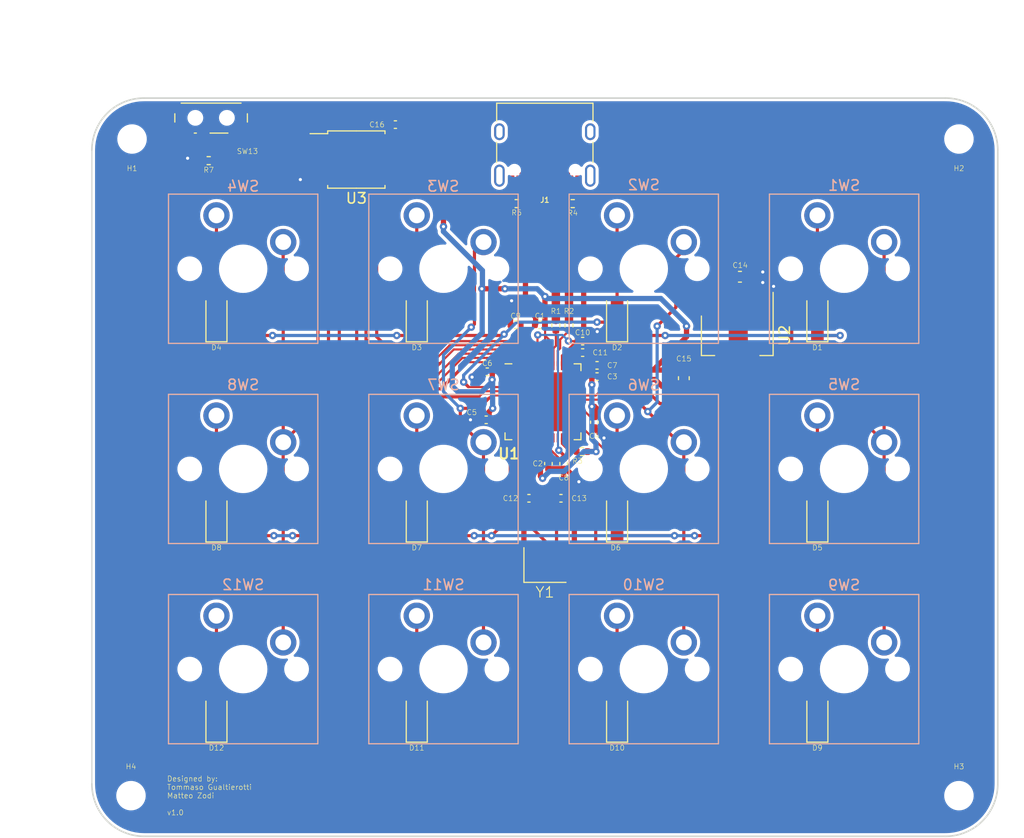
<source format=kicad_pcb>
(kicad_pcb (version 20211014) (generator pcbnew)
  (layers (0 "F.Cu" signal) (31 "B.Cu" power) (34 "B.Paste" user) (35 "F.Paste" user) (36 "B.SilkS" user "B.Silkscreen") (37 "F.SilkS" user "F.Silkscreen") (38 "B.Mask" user) (39 "F.Mask" user) (44 "Edge.Cuts" user))
  (net 0 "")
  (net 1 "+3V3")
  (net 2 "GND")
  (net 3 "+1V1")
  (net 4 "/XIN")
  (net 5 "/XOUT")
  (net 6 "VBUS")
  (net 7 "/ROW_0")
  (net 8 "Net-(D1-Pad2)")
  (net 9 "Net-(D2-Pad2)")
  (net 10 "Net-(D3-Pad2)")
  (net 11 "/ROW_1")
  (net 12 "Net-(D5-Pad2)")
  (net 13 "Net-(D6-Pad2)")
  (net 14 "/ROW_2")
  (net 15 "Net-(D7-Pad2)")
  (net 16 "Net-(D9-Pad2)")
  (net 17 "Net-(J1-PadA5)")
  (net 18 "/USB_D+")
  (net 19 "/USB_D-")
  (net 21 "Net-(J1-PadB5)")
  (net 24 "Net-(R1-Pad1)")
  (net 25 "Net-(R2-Pad1)")
  (net 26 "Net-(R3-Pad2)")
  (net 27 "/~{USB_BOOT}")
  (net 28 "/QSPI_SS")
  (net 29 "/COL_0")
  (net 30 "/COL_1")
  (net 31 "/COL_2")
  (net 55 "/QSPI_SD3")
  (net 56 "/QSPI_SCLK")
  (net 57 "/QSPI_SD0")
  (net 58 "/QSPI_SD2")
  (net 59 "/QSPI_SD1")
  (net 60 "Net-(D4-Pad2)")
  (net 61 "Net-(D8-Pad2)")
  (net 62 "Net-(D10-Pad2)")
  (net 63 "Net-(D11-Pad2)")
  (net 64 "Net-(D12-Pad2)")
  (net 65 "/COL_3")
  (footprint "Resistor_SMD:R_0402_1005Metric" (layer "F.Cu") (at 89.174 65.073 90)
    (fp_text reference "R1")
    (fp_text value "27.4")
  )
  (footprint "Diode_SMD:D_SOD-123" (layer "F.Cu") (at 94.996 64.389 90)
    (fp_text reference "D2")
    (fp_text value "D")
  )
  (footprint "Capacitor_SMD:C_0402_1005Metric" (layer "F.Cu") (at 86.614 81.534 180)
    (fp_text reference "C12")
    (fp_text value "30p")
  )
  (footprint "Button_Switch_SMD:SW_SPDT_PCM12" (layer "F.Cu") (at 56.388 45.6616 180)
    (fp_text reference "SW13")
    (fp_text value "SW_SPDT")
  )
  (footprint "Capacitor_SMD:C_0402_1005Metric" (layer "F.Cu") (at 87.658 65.024 180)
    (fp_text reference "C1")
    (fp_text value "100n")
  )
  (footprint "Capacitor_SMD:C_0402_1005Metric" (layer "F.Cu") (at 82.55 74.0664 180)
    (fp_text reference "C5")
    (fp_text value "100n")
  )
  (footprint "MountingHole:MountingHole_2.2mm_M2" (layer "F.Cu") (at 127.508 109.8296)
    (fp_text reference "H3")
    (fp_text value "MountingHole")
  )
  (footprint "Capacitor_SMD:C_0402_1005Metric" (layer "F.Cu") (at 89.916 78.232 90)
    (fp_text reference "C8")
    (fp_text value "100n")
  )
  (footprint "MountingHole:MountingHole_2.2mm_M2" (layer "F.Cu") (at 127.508 47.3456)
    (fp_text reference "H2")
    (fp_text value "MountingHole")
  )
  (footprint "Capacitor_SMD:C_0603_1608Metric" (layer "F.Cu") (at 106.68 60.452)
    (fp_text reference "C14")
    (fp_text value "10u")
  )
  (footprint "Package_TO_SOT_SMD:SOT-223-3_TabPin2" (layer "F.Cu") (at 106.426 66.04 -90)
    (fp_text reference "U2")
    (fp_text value "NCP1117-3.3_SOT223")
  )
  (footprint "Diode_SMD:D_SOD-123" (layer "F.Cu") (at 114.046 83.439 90)
    (fp_text reference "D5")
    (fp_text value "D")
  )
  (footprint "Diode_SMD:D_SOD-123" (layer "F.Cu") (at 94.996 83.439 90)
    (fp_text reference "D6")
    (fp_text value "D")
  )
  (footprint "Diode_SMD:D_SOD-123" (layer "F.Cu") (at 56.896 83.439 90)
    (fp_text reference "D8")
    (fp_text value "D")
  )
  (footprint "Resistor_SMD:R_0402_1005Metric" (layer "F.Cu") (at 90.424 65.073 90)
    (fp_text reference "R2")
    (fp_text value "27.4")
  )
  (footprint "MountingHole:MountingHole_2.2mm_M2" (layer "F.Cu") (at 48.768 109.8296)
    (fp_text reference "H4")
    (fp_text value "MountingHole")
  )
  (footprint "Capacitor_SMD:C_0402_1005Metric" (layer "F.Cu") (at 91.722 66.576)
    (fp_text reference "C10")
    (fp_text value "1u")
  )
  (footprint "Diode_SMD:D_SOD-123" (layer "F.Cu") (at 114.046 64.389 90)
    (fp_text reference "D1")
    (fp_text value "D")
  )
  (footprint "Resistor_SMD:R_0402_1005Metric" (layer "F.Cu") (at 56.1594 49.403)
    (fp_text reference "R7")
    (fp_text value "1k")
  )
  (footprint "Resistor_SMD:R_0402_1005Metric" (layer "F.Cu") (at 90.7796 53.4924)
    (fp_text reference "R4")
    (fp_text value "5k1")
  )
  (footprint "Connector_USB:USB_C_Receptacle_XKB_U262-16XN-4BVC11" (layer "F.Cu") (at 88.1251 47.7266 180)
    (fp_text reference "J1")
    (fp_text value "USB_C_Receptacle_USB2.0")
  )
  (footprint "Capacitor_SMD:C_0402_1005Metric" (layer "F.Cu") (at 92.837 74.295 -90)
    (fp_text reference "C4")
    (fp_text value "100n")
  )
  (footprint "Capacitor_SMD:C_0402_1005Metric" (layer "F.Cu") (at 73.914 45.974)
    (fp_text reference "C16")
    (fp_text value "100n")
  )
  (footprint "Capacitor_SMD:C_0402_1005Metric" (layer "F.Cu") (at 91.722 67.6682)
    (fp_text reference "C11")
    (fp_text value "1u")
  )
  (footprint "Capacitor_SMD:C_0402_1005Metric" (layer "F.Cu") (at 93.091 69.9516)
    (fp_text reference "C3")
    (fp_text value "100n")
  )
  (footprint "Diode_SMD:D_SOD-123" (layer "F.Cu") (at 94.996 102.489 90)
    (fp_text reference "D10")
    (fp_text value "D")
  )
  (footprint "Capacitor_SMD:C_0402_1005Metric" (layer "F.Cu") (at 88.4682 78.232 -90)
    (fp_text reference "C2")
    (fp_text value "100n")
  )
  (footprint "Resistor_SMD:R_0402_1005Metric" (layer "F.Cu") (at 85.45 53.4924 180)
    (fp_text reference "R5")
    (fp_text value "5k1")
  )
  (footprint "Diode_SMD:D_SOD-123" (layer "F.Cu") (at 56.896 102.489 90)
    (fp_text reference "D12")
    (fp_text value "D")
  )
  (footprint "Package_SO:SOIC-8_5.23x5.23mm_P1.27mm" (layer "F.Cu") (at 70.2 49.3)
    (fp_text reference "U3")
    (fp_text value "W25Q128JVS")
  )
  (footprint "Capacitor_SMD:C_0402_1005Metric" (layer "F.Cu") (at 89.662 81.534)
    (fp_text reference "C13")
    (fp_text value "30p")
  )
  (footprint "Diode_SMD:D_SOD-123" (layer "F.Cu") (at 56.896 64.389 90)
    (fp_text reference "D4")
    (fp_text value "D")
  )
  (footprint "Capacitor_SMD:C_0603_1608Metric" (layer "F.Cu") (at 101.346 70.104 -90)
    (fp_text reference "C15")
    (fp_text value "10u")
  )
  (footprint "Package_DFN_QFN:QFN-56-1EP_7x7mm_P0.4mm_EP5.6x5.6mm" (layer "F.Cu") (at 87.95 72.348)
    (fp_text reference "U1")
    (fp_text value "RP2040")
  )
  (footprint "Capacitor_SMD:C_0402_1005Metric" (layer "F.Cu") (at 85.344 65.024 180)
    (fp_text reference "C9")
    (fp_text value "100n")
  )
  (footprint "Resistor_SMD:R_0402_1005Metric" (layer "F.Cu") (at 91.6666 77.089 180)
    (fp_text reference "R3")
    (fp_text value "10k")
  )
  (footprint "MountingHole:MountingHole_2.2mm_M2" (layer "F.Cu") (at 48.8696 47.3456)
    (fp_text reference "H1")
    (fp_text value "MountingHole")
  )
  (footprint "Capacitor_SMD:C_0402_1005Metric" (layer "F.Cu") (at 93.091 68.8848)
    (fp_text reference "C7")
    (fp_text value "100n")
  )
  (footprint "Diode_SMD:D_SOD-123" (layer "F.Cu") (at 114.046 102.489 90)
    (fp_text reference "D9")
    (fp_text value "D")
  )
  (footprint "Diode_SMD:D_SOD-123" (layer "F.Cu") (at 75.946 102.489 90)
    (fp_text reference "D11")
    (fp_text value "D")
  )
  (footprint "Capacitor_SMD:C_0402_1005Metric" (layer "F.Cu") (at 82.6516 69.4944 180)
    (fp_text reference "C6")
    (fp_text value "100n")
  )
  (footprint "Diode_SMD:D_SOD-123" (layer "F.Cu") (at 75.946 64.389 90)
    (fp_text reference "D3")
    (fp_text value "D")
  )
  (footprint "Diode_SMD:D_SOD-123" (layer "F.Cu") (at 75.946 83.439 90)
    (fp_text reference "D7")
    (fp_text value "D")
  )
  (footprint "Crystal:Crystal_SMD_3225-4Pin_3.2x2.5mm" (layer "F.Cu") (at 88.138 87.884)
    (fp_text reference "Y1")
    (fp_text value "12MHz")
  )
  (footprint "Switch_Keyboard_Cherry_MX:SW_Cherry_MX_PCB_1.00u" (layer "B.Cu") (at 78.486 78.74 180)
    (fp_text reference "SW7")
    (fp_text value "KEY_7_12")
  )
  (footprint "Switch_Keyboard_Cherry_MX:SW_Cherry_MX_PCB_1.00u" (layer "B.Cu") (at 116.586 78.74 180)
    (fp_text reference "SW5")
    (fp_text value "KEY_5_10")
  )
  (footprint "Switch_Keyboard_Cherry_MX:SW_Cherry_MX_PCB_1.00u" (layer "B.Cu") (at 97.536 59.69 180)
    (fp_text reference "SW2")
    (fp_text value "KEY_2_01")
  )
  (footprint "Switch_Keyboard_Cherry_MX:SW_Cherry_MX_PCB_1.00u" (layer "B.Cu") (at 97.536 78.74 180)
    (fp_text reference "SW6")
    (fp_text value "KEY_6_11")
  )
  (footprint "Switch_Keyboard_Cherry_MX:SW_Cherry_MX_PCB_1.00u" (layer "B.Cu") (at 97.536 97.79 180)
    (fp_text reference "SW10")
    (fp_text value "KEY_10_21")
  )
  (footprint "Switch_Keyboard_Cherry_MX:SW_Cherry_MX_PCB_1.00u" (layer "B.Cu") (at 59.436 78.74 180)
    (fp_text reference "SW8")
    (fp_text value "KEY_8_13")
  )
  (footprint "Switch_Keyboard_Cherry_MX:SW_Cherry_MX_PCB_1.00u" (layer "B.Cu") (at 116.586 59.69 180)
    (fp_text reference "SW1")
    (fp_text value "KEY_1_00")
  )
  (footprint "Switch_Keyboard_Cherry_MX:SW_Cherry_MX_PCB_1.00u" (layer "B.Cu") (at 78.486 97.79 180)
    (fp_text reference "SW11")
    (fp_text value "KEY_11_22")
  )
  (footprint "Switch_Keyboard_Cherry_MX:SW_Cherry_MX_PCB_1.00u" (layer "B.Cu") (at 116.586 97.79 180)
    (fp_text reference "SW9")
    (fp_text value "KEY_9_20")
  )
  (footprint "Switch_Keyboard_Cherry_MX:SW_Cherry_MX_PCB_1.00u" (layer "B.Cu") (at 59.436 97.79 180)
    (fp_text reference "SW12")
    (fp_text value "KEY_12_23")
  )
  (footprint "Switch_Keyboard_Cherry_MX:SW_Cherry_MX_PCB_1.00u" (layer "B.Cu") (at 59.436 59.69 180)
    (fp_text reference "SW4")
    (fp_text value "KEY_4_03")
  )
  (footprint "Switch_Keyboard_Cherry_MX:SW_Cherry_MX_PCB_1.00u" (layer "B.Cu") (at 78.486 59.69 180)
    (fp_text reference "SW3")
    (fp_text value "KEY_3_02")
  )
  (gr_line (start 50 43.45) (end 126.2 43.45) (layer "Edge.Cuts") (width 0.15))
  (gr_arc (start 126.2 43.45) (mid 129.732472 44.882098) (end 131.199997 48.4) (layer "Edge.Cuts") (width 0.15))
  (gr_arc (start 45.05 48.4) (mid 46.499821 44.899821) (end 50 43.45) (layer "Edge.Cuts") (width 0.15))
  (gr_line (start 131.199997 48.4) (end 131.2 108.75) (layer "Edge.Cuts") (width 0.15))
  (gr_arc (start 50 113.7) (mid 46.489465 112.225179) (end 45.049998 108.7) (layer "Edge.Cuts") (width 0.15))
  (gr_arc (start 131.2 108.75) (mid 129.725178 112.260533) (end 126.2 113.7) (layer "Edge.Cuts") (width 0.15))
  (gr_line (start 45.049998 108.7) (end 45.05 48.4) (layer "Edge.Cuts") (width 0.1))
  (gr_line (start 126.2 113.7) (end 50 113.7) (layer "Edge.Cuts") (width 0.15))
  (gr_text "Designed by:\nTommaso Gualtierotti\nMatteo Zodi\n\nv1.0" (at 52.1716 109.8296) (layer "F.SilkS") (effects (font (size 0.5 0.5) (thickness 0.05)) (justify left)))
  (segment (start 92.611 68.8848) (end 92.611 68.5572) (width 0.2) (layer "F.Cu") (net 1))
  (segment (start 97.0658 69.329) (end 95.7834 68.0466) (width 0.5) (layer "F.Cu") (net 1))
  (segment (start 101.6 65.151) (end 101.6 66.167) (width 0.5) (layer "F.Cu") (net 1))
  (segment (start 92.596378 69.966222) (end 92.611 69.9516) (width 0.5) (layer "F.Cu") (net 1))
  (segment (start 88.55 68.9105) (end 88.55 66.452) (width 0.2) (layer "F.Cu") (net 1))
  (segment (start 78.486 49.784) (end 76.097 47.395) (width 0.5) (layer "F.Cu") (net 1))
  (segment (start 92.484 73.815) (end 92.837 73.815) (width 0.2) (layer "F.Cu") (net 1))
  (segment (start 91.3875 69.748) (end 92.4074 69.748) (width 0.2) (layer "F.Cu") (net 1))
  (segment (start 82.8294 73.8658) (end 83.03 74.0664) (width 0.5) (layer "F.Cu") (net 1))
  (segment (start 92.4306 68.3768) (end 91.4908 68.3768) (width 0.2) (layer "F.Cu") (net 1))
  (segment (start 88.15 65.036) (end 88.138 65.024) (width 0.2) (layer "F.Cu") (net 1))
  (segment (start 92.611 68.6536) (end 93.218 68.0466) (width 0.2) (layer "F.Cu") (net 1))
  (segment (start 87.7082 79.4278) (end 87.9094 79.629) (width 0.5) (layer "F.Cu") (net 1))
  (segment (start 90.15 68.9105) (end 90.15 68.1174) (width 0.2) (layer "F.Cu") (net 1))
  (segment (start 88.15 66.052) (end 88.15 65.036) (width 0.2) (layer "F.Cu") (net 1))
  (segment (start 88.4682 77.2922) (end 88.15 76.974) (width 0.2) (layer "F.Cu") (net 1))
  (segment (start 73.434 45.974) (end 73.434 47.029) (width 0.5) (layer "F.Cu") (net 1))
  (segment (start 84.2589 69.4944) (end 83.1316 69.4944) (width 0.2) (layer "F.Cu") (net 1))
  (segment (start 59.0444 47.498) (end 63.5 47.498) (width 0.5) (layer "F.Cu") (net 1))
  (segment (start 90.55 68.9105) (end 92.5853 68.9105) (width 0.2) (layer "F.Cu") (net 1))
  (segment (start 84.328 61.595) (end 82.1319 61.595) (width 0.5) (layer "F.Cu") (net 1))
  (segment (start 83.1596 72.9742) (end 82.8294 73.3044) (width 0.5) (layer "F.Cu") (net 1))
  (segment (start 83.1316 69.4944) (end 83.1316 70.2257) (width 0.5) (layer "F.Cu") (net 1))
  (segment (start 88.283814 77.752) (end 87.7082 78.327614) (width 0.5) (layer "F.Cu") (net 1))
  (segment (start 106.426 69.19) (end 106.274 69.342) (width 0.5) (layer "F.Cu") (net 1))
  (segment (start 92.611 68.8848) (end 92.611 69.9516) (width 0.2) (layer "F.Cu") (net 1))
  (segment (start 93.091 73.025) (end 92.8635 72.7975) (width 0.5) (layer "F.Cu") (net 1))
  (segment (start 92.4074 69.748) (end 92.611 69.9516) (width 0.2) (layer "F.Cu") (net 1))
  (segment (start 88.15 76.974) (end 88.15 75.7855) (width 0.2) (layer "F.Cu") (net 1))
  (segment (start 88.138 62.3316) (end 88.138 65.024) (width 0.5) (layer "F.Cu") (net 1))
  (segment (start 101.346 69.329) (end 97.422 69.329) (width 0.5) (layer "F.Cu") (net 1))
  (segment (start 63.5 47.498) (end 65.024 45.974) (width 0.5) (layer "F.Cu") (net 1))
  (segment (start 83.2612 74.0664) (end 83.03 74.0664) (width 0.2) (layer "F.Cu") (net 1))
  (segment (start 92.837 73.815) (end 92.936 73.815) (width 0.5) (layer "F.Cu") (net 1))
  (segment (start 97.422 69.329) (end 97.0658 69.329) (width 0.5) (layer "F.Cu") (net 1))
  (segment (start 90.5992 67.6682) (end 91.242 67.6682) (width 0.2) (layer "F.Cu") (net 1))
  (segment (start 65.024 45.974) (end 73.434 45.974) (width 0.5) (layer "F.Cu") (net 1))
  (segment (start 91.3875 73.348) (end 92.017 73.348) (width 0.2) (layer "F.Cu") (net 1))
  (segment (start 101.6 66.167) (end 98.552 69.215) (width 0.5) (layer "F.Cu") (net 1))
  (segment (start 88.4682 77.752) (end 88.4682 77.2922) (width 0.2) (layer "F.Cu") (net 1))
  (segment (start 88.55 66.452) (end 88.15 66.052) (width 0.2) (layer "F.Cu") (net 1))
  (segment (start 92.596378 70.726978) (end 92.596378 69.966222) (width 0.5) (layer "F.Cu") (net 1))
  (segment (start 92.5853 68.9105) (end 92.611 68.8848) (width 0.2) (layer "F.Cu") (net 1))
  (segment (start 87.7082 78.327614) (end 87.7082 79.4278) (width 0.5) (layer "F.Cu") (net 1))
  (segment (start 92.017 73.348) (end 92.484 73.815) (width 0.2) (layer "F.Cu") (net 1))
  (segment (start 92.8635 72.7975) (end 92.5966 72.7975) (width 0.5) (layer "F.Cu") (net 1))
  (segment (start 91.4908 68.3768) (end 91.242 68.128) (width 0.2) (layer "F.Cu") (net 1))
  (segment (start 88.4682 77.752) (end 88.283814 77.752) (width 0.5) (layer "F.Cu") (net 1))
  (segment (start 95.7834 68.0466) (end 93.218 68.0466) (width 0.5) (layer "F.Cu") (net 1))
  (segment (start 91.242 68.128) (end 91.242 67.6682) (width 0.2) (layer "F.Cu") (net 1))
  (segment (start 73.434 47.029) (end 73.8 47.395) (width 0.5) (layer "F.Cu") (net 1))
  (segment (start 83.1316 70.2257) (end 83.1088 70.2485) (width 0.5) (layer "F.Cu") (net 1))
  (segment (start 90.15 68.1174) (end 90.5992 67.6682) (width 0.2) (layer "F.Cu") (net 1))
  (segment (start 78.486 55.6768) (end 78.486 49.784) (width 0.5) (layer "F.Cu") (net 1))
  (segment (start 88.15 68.9105) (end 88.15 66.052) (width 0.2) (layer "F.Cu") (net 1))
  (segment (start 106.426 62.89) (end 106.426 69.19) (width 0.5) (layer "F.Cu") (net 1))
  (segment (start 82.8294 73.3044) (end 82.8294 73.8658) (width 0.5) (layer "F.Cu") (net 1))
  (segment (start 76.097 47.395) (end 73.8 47.395) (width 0.5) (layer "F.Cu") (net 1))
  (segment (start 83.03 73.1038) (end 83.1596 72.9742) (width 0.2) (layer "F.Cu") (net 1))
  (segment (start 83.9796 73.348) (end 83.2612 74.0664) (width 0.2) (layer "F.Cu") (net 1))
  (segment (start 92.611 68.8848) (end 92.611 68.6536) (width 0.2) (layer "F.Cu") (net 1))
  (segment (start 92.990756 77.089) (end 92.1766 77.089) (width 0.5) (layer "F.Cu") (net 1))
  (segment (start 93.091 73.66) (end 93.091 73.025) (width 0.5) (layer "F.Cu") (net 1))
  (segment (start 101.359 69.342) (end 101.346 69.329) (width 0.5) (layer "F.Cu") (net 1))
  (segment (start 84.5125 73.348) (end 83.9796 73.348) (width 0.2) (layer "F.Cu") (net 1))
  (segment (start 58.638 47.0916) (end 59.0444 47.498) (width 0.5) (layer "F.Cu") (net 1))
  (segment (start 84.5125 69.748) (end 84.2589 69.4944) (width 0.2) (layer "F.Cu") (net 1))
  (segment (start 92.611 68.5572) (end 92.4306 68.3768) (width 0.2) (layer "F.Cu") (net 1))
  (segment (start 106.274 69.342) (end 101.359 69.342) (width 0.5) (layer "F.Cu") (net 1))
  (segment (start 92.936 73.815) (end 93.091 73.66) (width 0.5) (layer "F.Cu") (net 1))
  (via (at 84.328 61.595) (size 0.7) (drill 0.3) (layers "F.Cu" "B.Cu") (net 1))
  (via (at 82.1319 61.595) (size 0.7) (drill 0.3) (layers "F.Cu" "B.Cu") (net 1))
  (via (at 83.1596 72.9742) (size 0.7) (drill 0.3) (layers "F.Cu" "B.Cu") (net 1))
  (via (at 92.990756 77.089) (size 0.7) (drill 0.3) (layers "F.Cu" "B.Cu") (net 1))
  (via (at 83.1088 70.2485) (size 0.7) (drill 0.3) (layers "F.Cu" "B.Cu") (net 1))
  (via (at 78.486 55.6768) (size 0.7) (drill 0.3) (layers "F.Cu" "B.Cu") (net 1))
  (via (at 92.5966 72.7975) (size 0.7) (drill 0.3) (layers "F.Cu" "B.Cu") (net 1))
  (via (at 88.138 62.3316) (size 0.7) (drill 0.3) (layers "F.Cu" "B.Cu") (net 1))
  (via (at 101.6 65.151) (size 0.7) (drill 0.3) (layers "F.Cu" "B.Cu") (net 1))
  (via (at 87.9094 79.629) (size 0.7) (drill 0.3) (layers "F.Cu" "B.Cu") (net 1))
  (via (at 92.596378 70.726978) (size 0.7) (drill 0.3) (layers "F.Cu" "B.Cu") (net 1))
  (segment (start 82.1319 61.595) (end 82.190999 61.535901) (width 0.5) (layer "B.Cu") (net 1))
  (segment (start 82.169 61.6321) (end 82.169 65.786) (width 0.5) (layer "B.Cu") (net 1))
  (segment (start 82.190999 61.535901) (end 82.190999 59.859463) (width 0.5) (layer "B.Cu") (net 1))
  (segment (start 83.1088 70.4342) (end 83.1088 70.2485) (width 0.5) (layer "B.Cu") (net 1))
  (segment (start 78.486 56.154464) (end 78.486 55.6768) (width 0.5) (layer "B.Cu") (net 1))
  (segment (start 99.158082 62.523) (end 101.6 64.964918) (width 0.5) (layer "B.Cu") (net 1))
  (segment (start 82.1319 61.595) (end 82.169 61.6321) (width 0.5) (layer "B.Cu") (net 1))
  (segment (start 101.6 64.964918) (end 101.6 65.151) (width 0.5) (layer "B.Cu") (net 1))
  (segment (start 83.1596 72.9742) (end 83.1596 70.2993) (width 0.5) (layer "B.Cu") (net 1))
  (segment (start 82.1436 71.3994) (end 83.1088 70.4342) (width 0.5) (layer "B.Cu") (net 1))
  (segment (start 82.169 65.786) (end 79.3242 68.6308) (width 0.5) (layer "B.Cu") (net 1))
  (segment (start 92.990756 77.089) (end 91.8464 77.089) (width 0.5) (layer "B.Cu") (net 1))
  (segment (start 92.5966 75.9088) (end 92.5966 72.5288) (width 0.5) (layer "B.Cu") (net 1))
  (segment (start 88.138 62.3316) (end 87.4014 61.595) (width 0.5) (layer "B.Cu") (net 1))
  (segment (start 79.3242 70.866) (end 79.8576 71.3994) (width 0.5) (layer "B.Cu") (net 1))
  (segment (start 87.4014 61.595) (end 84.328 61.595) (width 0.5) (layer "B.Cu") (net 1))
  (segment (start 92.5966 70.7272) (end 92.596378 70.726978) (width 0.5) (layer "B.Cu") (net 1))
  (segment (start 92.990756 76.302956) (end 92.5966 75.9088) (width 0.5) (layer "B.Cu") (net 1))
  (segment (start 79.8576 71.3994) (end 82.1436 71.3994) (width 0.5) (layer "B.Cu") (net 1))
  (segment (start 79.3242 68.6308) (end 79.3242 70.866) (width 0.5) (layer "B.Cu") (net 1))
  (segment (start 89.9668 78.9686) (end 88.5698 78.9686) (width 0.5) (layer "B.Cu") (net 1))
  (segment (start 92.990756 77.089) (end 92.990756 76.302956) (width 0.5) (layer "B.Cu") (net 1))
  (segment (start 88.5698 78.9686) (end 87.9094 79.629) (width 0.5) (layer "B.Cu") (net 1))
  (segment (start 83.1596 70.2993) (end 83.1088 70.2485) (width 0.2) (layer "B.Cu") (net 1))
  (segment (start 88.138 62.3316) (end 88.3294 62.523) (width 0.5) (layer "B.Cu") (net 1))
  (segment (start 88.3294 62.523) (end 99.158082 62.523) (width 0.5) (layer "B.Cu") (net 1))
  (segment (start 92.5966 72.5288) (end 92.5966 70.7272) (width 0.5) (layer "B.Cu") (net 1))
  (segment (start 82.190999 59.859463) (end 78.486 56.154464) (width 0.5) (layer "B.Cu") (net 1))
  (segment (start 91.8464 77.089) (end 89.9668 78.9686) (width 0.5) (layer "B.Cu") (net 1))
  (segment (start 92.202 67.6682) (end 92.202 66.576) (width 0.5) (layer "F.Cu") (net 2))
  (segment (start 84.7751 51.3966) (end 85.0751 51.3966) (width 0.3) (layer "F.Cu") (net 2))
  (segment (start 89.238 88.734) (end 90.4884 88.734) (width 0.5) (layer "F.Cu") (net 2))
  (segment (start 85.598 55.499) (end 85.598 59.817) (width 0.5) (layer "F.Cu") (net 2))
  (segment (start 86.106 81.506) (end 85.598 80.998) (width 0.5) (layer "F.Cu") (net 2))
  (segment (start 85.3186 63.881) (end 86.2838 63.881) (width 0.5) (layer "F.Cu") (net 2))
  (segment (start 86.95 75.7855) (end 86.95 73.348) (width 0.2) (layer "F.Cu") (net 2))
  (segment (start 90.2462 81.534) (end 90.142 81.534) (width 0.5) (layer "F.Cu") (net 2))
  (segment (start 90.551 54.864) (end 91.2896 54.1254) (width 0.5) (layer "F.Cu") (net 2))
  (segment (start 87.249 64.3128) (end 87.249 64.953) (width 0.5) (layer "F.Cu") (net 2))
  (segment (start 81.7118 69.4944) (end 81.2038 70.0024) (width 0.5) (layer "F.Cu") (net 2))
  (segment (start 93.107433 65.670567) (end 92.202 66.576) (width 0.5) (layer "F.Cu") (net 2))
  (segment (start 74.394 45.974) (end 76.073 45.974) (width 0.5) (layer "F.Cu") (net 2))
  (segment (start 110.134 62.89) (end 108.726 62.89) (width 0.5) (layer "F.Cu") (net 2))
  (segment (start 90.551 59.944) (end 90.551 54.864) (width 0.5) (layer "F.Cu") (net 2))
  (segment (start 86.2838 63.881) (end 86.8172 63.881) (width 0.5) (layer "F.Cu") (net 2))
  (segment (start 84.94 53.4924) (end 84.94 54.841) (width 0.5) (layer "F.Cu") (net 2))
  (segment (start 90.142 80.363) (end 90.142 81.534) (width 0.5) (layer "F.Cu") (net 2))
  (segment (start 84.94 53.4924) (end 84.9 53.4524) (width 0.5) (layer "F.Cu") (net 2))
  (segment (start 93.8504 70.231) (end 93.571 69.9516) (width 0.5) (layer "F.Cu") (net 2))
  (segment (start 84.864 65.024) (end 84.864 64.3356) (width 0.5) (layer "F.Cu") (net 2))
  (segment (start 86.2838 63.881) (end 85.1408 62.738) (width 0.5) (layer "F.Cu") (net 2))
  (segment (start 89.916 80.137) (end 90.142 80.363) (width 0.5) (layer "F.Cu") (net 2))
  (segment (start 99.2762 70.879) (end 98.6282 70.231) (width 0.5) (layer "F.Cu") (net 2))
  (segment (start 85.598 80.998) (end 85.598 77.724) (width 0.5) (layer "F.Cu") (net 2))
  (segment (start 92.837 74.775) (end 92.837 74.8792) (width 0.5) (layer "F.Cu") (net 2))
  (segment (start 86.106 81.506) (end 86.134 81.534) (width 0.2) (layer "F.Cu") (net 2))
  (segment (start 92.202 65.786) (end 91.821 65.405) (width 0.5) (layer "F.Cu") (net 2))
  (segment (start 85.598 77.724) (end 86.106 77.216) (width 0.5) (layer "F.Cu") (net 2))
  (segment (start 54.138 49.1596) (end 54.138 47.0916) (width 0.5) (layer "F.Cu") (net 2))
  (segment (start 91.821 65.405) (end 91.821 61.214) (width 0.5) (layer "F.Cu") (net 2))
  (segment (start 101.346 70.879) (end 102.095 71.628) (width 0.5) (layer "F.Cu") (net 2))
  (segment (start 64.873 51.205) (end 66.6 51.205) (width 0.5) (layer "F.Cu") (net 2))
  (segment (start 92.837 74.8792) (end 93.7514 75.7936) (width 0.5) (layer "F.Cu") (net 2))
  (segment (start 84.9 53.4524) (end 84.9 51.3966) (width 0.5) (layer "F.Cu") (net 2))
  (segment (start 89.238 89.6796) (end 89.238 88.734) (width 0.5) (layer "F.Cu") (net 2))
  (segment (start 91.2896 53.4924) (end 91.2751 53.4779) (width 0.5) (layer "F.Cu") (net 2))
  (segment (start 86.8172 63.881) (end 87.249 64.3128) (width 0.5) (layer "F.Cu") (net 2))
  (segment (start 91.4751 51.3966) (end 91.1751 51.3966) (width 0.3) (layer "F.Cu") (net 2))
  (segment (start 85.217 89.535) (end 85.979 90.297) (width 0.5) (layer "F.Cu") (net 2))
  (segment (start 90.932 88.2904) (end 90.932 82.2198) (width 0.5) (layer "F.Cu") (net 2))
  (segment (start 91.821 61.214) (end 90.551 59.944) (width 0.5) (layer "F.Cu") (net 2))
  (segment (start 76.073 45.974) (end 83.5914 53.4924) (width 0.5) (layer "F.Cu") (net 2))
  (segment (start 54.1528 49.1744) (end 54.138 49.1596) (width 0.5) (layer "F.Cu") (net 2))
  (segment (start 91.2896 54.1254) (end 91.2896 53.4924) (width 0.5) (layer "F.Cu") (net 2))
  (segment (start 93.571 68.8848) (end 93.571 69.9516) (width 0.5) (layer "F.Cu") (net 2))
  (segment (start 86.95 75.7855) (end 86.95 76.372) (width 0.2) (layer "F.Cu") (net 2))
  (segment (start 86.2838 60.5028) (end 86.2838 63.881) (width 0.5) (layer "F.Cu") (net 2))
  (segment (start 87.038 87.034) (end 85.9654 87.034) (width 0.5) (layer "F.Cu") (net 2))
  (segment (start 86.95 73.348) (end 87.95 72.348) (width 0.2) (layer "F.Cu") (net 2))
  (segment (start 101.346 70.879) (end 99.2762 70.879) (width 0.5) (layer "F.Cu") (net 2))
  (segment (start 86.134 81.534) (end 86.134 86.13) (width 0.5) (layer "F.Cu") (net 2))
  (segment (start 89.916 78.712) (end 90.1166 78.712) (width 0.5) (layer "F.Cu") (net 2))
  (segment (start 84.864 64.3356) (end 85.3186 63.881) (width 0.5) (layer "F.Cu") (net 2))
  (segment (start 85.9654 87.034) (end 85.217 87.7824) (width 0.5) (layer "F.Cu") (net 2))
  (segment (start 89.916 78.712) (end 89.916 80.137) (width 0.5) (layer "F.Cu") (net 2))
  (segment (start 81.0514 74.0664) (end 82.07 74.0664) (width 0.5) (layer "F.Cu") (net 2))
  (segment (start 109.982 71.628) (end 111.506 70.104) (width 0.5) (layer "F.Cu") (net 2))
  (segment (start 111.506 70.104) (end 111.506 64.262) (width 0.5) (layer "F.Cu") (net 2))
  (segment (start 88.6206 90.297) (end 89.238 89.6796) (width 0.5) (layer "F.Cu") (net 2))
  (segment (start 82.1716 69.4944) (end 81.7118 69.4944) (width 0.5) (layer "F.Cu") (net 2))
  (segment (start 88.646 78.712) (end 89.916 78.712) (width 0.5) (layer "F.Cu") (net 2))
  (segment (start 83.5914 53.4924) (end 84.94 53.4924) (width 0.5) (layer "F.Cu") (net 2))
  (segment (start 90.932 82.2198) (end 90.2462 81.534) (width 0.5) (layer "F.Cu") (net 2))
  (segment (start 84.94 54.841) (end 85.598 55.499) (width 0.5) (layer "F.Cu") (net 2))
  (segment (start 91.2751 53.4779) (end 91.2751 51.3966) (width 0.5) (layer "F.Cu") (net 2))
  (segment (start 87.249 64.953) (end 87.178 65.024) (width 0.5) (layer "F.Cu") (net 2))
  (segment (start 85.217 87.7824) (end 85.217 89.535) (width 0.5) (layer "F.Cu") (net 2))
  (segment (start 90.1166 78.712) (end 91.3638 79.9592) (width 0.5) (layer "F.Cu") (net 2))
  (segment (start 98.6282 70.231) (end 93.8504 70.231) (width 0.5) (layer "F.Cu") (net 2))
  (segment (start 86.95 76.372) (end 86.106 77.216) (width 0.2) (layer "F.Cu") (net 2))
  (segment (start 92.202 66.576) (end 92.202 65.786) (width 0.5) (layer "F.Cu") (net 2))
  (segment (start 102.095 71.628) (end 109.982 71.628) (width 0.5) (layer "F.Cu") (net 2))
  (segment (start 111.506 64.262) (end 110.134 62.89) (width 0.5) (layer "F.Cu") (net 2))
  (segment (start 85.979 90.297) (end 88.6206 90.297) (width 0.5) (layer "F.Cu") (net 2))
  (segment (start 90.4884 88.734) (end 90.932 88.2904) (width 0.5) (layer "F.Cu") (net 2))
  (segment (start 85.598 59.817) (end 86.2838 60.5028) (width 0.5) (layer "F.Cu") (net 2))
  (segment (start 86.134 86.13) (end 87.038 87.034) (width 0.5) (layer "F.Cu") (net 2))
  (segment (start 85.1408 62.738) (end 84.963 62.738) (width 0.5) (layer "F.Cu") (net 2))
  (via (at 93.7514 75.7936) (size 0.7) (drill 0.3) (layers "F.Cu" "B.Cu") (net 2))
  (via (at 81.2038 70.0024) (size 0.7) (drill 0.3) (layers "F.Cu" "B.Cu") (net 2))
  (via (at 54.1528 49.1744) (size 0.7) (drill 0.3) (layers "F.Cu" "B.Cu") (net 2))
  (via (at 64.873 51.205) (size 0.7) (drill 0.3) (layers "F.Cu" "B.Cu") (net 2))
  (via (at 108.85 61) (size 0.7) (drill 0.3) (layers "F.Cu" "B.Cu") (net 2))
  (via (at 91.3638 79.9592) (size 0.7) (drill 0.3) (layers "F.Cu" "B.Cu") (net 2))
  (via (at 108.85 60) (size 0.7) (drill 0.3) (layers "F.Cu" "B.Cu") (net 2))
  (via (at 81.0514 74.0664) (size 0.7) (drill 0.3) (layers "F.Cu" "B.Cu") (net 2))
  (via (at 109.8804 61.3664) (size 0.7) (drill 0.3) (layers "F.Cu" "B.Cu") (net 2))
  (via (at 84.963 62.738) (size 0.7) (drill 0.3) (layers "F.Cu" "B.Cu") (net 2))
  (via (at 93.107433 65.670567) (size 0.7) (drill 0.3) (layers "F.Cu" "B.Cu") (net 2))
  (segment (start 87.75 67.440233) (end 85.824 65.514233) (width 0.2) (layer "F.Cu") (net 3))
  (segment (start 91.125714 66.576) (end 91.242 66.576) (width 0.2) (layer "F.Cu") (net 3))
  (segment (start 87.4268 66.0129) (end 87.4505 65.9892) (width 0.2) (layer "F.Cu") (net 3))
  (segment (start 85.824 65.514233) (end 85.824 65.024) (width 0.2) (layer "F.Cu") (net 3))
  (segment (start 90.385038 66.576) (end 91.242 66.576) (width 0.2) (layer "F.Cu") (net 3))
  (segment (start 89.5122 77.752) (end 89.916 77.752) (width 0.2) (layer "F.Cu") (net 3))
  (segment (start 88.55 76.7898) (end 89.5122 77.752) (width 0.2) (layer "F.Cu") (net 3))
  (segment (start 87.75 67.440233) (end 87.4268 67.117033) (width 0.2) (layer "F.Cu") (net 3))
  (segment (start 89.75 67.951714) (end 91.125714 66.576) (width 0.2) (layer "F.Cu") (net 3))
  (segment (start 88.55 75.7855) (end 88.55 76.7898) (width 0.2) (layer "F.Cu") (net 3))
  (segment (start 90.367286 66.558248) (end 90.385038 66.576) (width 0.2) (layer "F.Cu") (net 3))
  (segment (start 87.75 68.9105) (end 87.75 67.440233) (width 0.2) (layer "F.Cu") (net 3))
  (segment (start 89.456625 76.963957) (end 89.916 77.423332) (width 0.3) (layer "F.Cu") (net 3))
  (segment (start 89.916 77.423332) (end 89.916 77.752) (width 0.3) (layer "F.Cu") (net 3))
  (segment (start 89.75 68.9105) (end 89.75 67.951714) (width 0.2) (layer "F.Cu") (net 3))
  (segment (start 87.4268 67.117033) (end 87.4268 66.0129) (width 0.2) (layer "F.Cu") (net 3))
  (via (at 87.4505 65.9892) (size 0.7) (drill 0.3) (layers "F.Cu" "B.Cu") (net 3))
  (via (at 90.367286 66.558248) (size 0.7) (drill 0.3) (layers "F.Cu" "B.Cu") (net 3))
  (via (at 89.456625 76.963957) (size 0.7) (drill 0.3) (layers "F.Cu" "B.Cu") (net 3))
  (segment (start 90.367286 66.558248) (end 89.798238 65.9892) (width 0.2) (layer "B.Cu") (net 3))
  (segment (start 89.379491 76.886823) (end 89.456625 76.963957) (width 0.2) (layer "B.Cu") (net 3))
  (segment (start 89.798238 65.9892) (end 87.4505 65.9892) (width 0.2) (layer "B.Cu") (net 3))
  (segment (start 89.379491 65.9892) (end 89.379491 76.886823) (width 0.2) (layer "B.Cu") (net 3))
  (segment (start 86.36 78.359) (end 86.36 77.978) (width 0.2) (layer "F.Cu") (net 4))
  (segment (start 86.36 78.359) (end 86.36 80.391) (width 0.3) (layer "F.Cu") (net 4))
  (segment (start 87.288 88.734) (end 87.038 88.734) (width 0.3) (layer "F.Cu") (net 4))
  (segment (start 87.094 81.534) (end 87.094 84.554) (width 0.3) (layer "F.Cu") (net 4))
  (segment (start 87.35 76.988) (end 87.35 75.7855) (width 0.2) (layer "F.Cu") (net 4))
  (segment (start 88.138 85.598) (end 88.138 87.884) (width 0.3) (layer "F.Cu") (net 4))
  (segment (start 87.094 81.125) (end 87.094 81.534) (width 0.3) (layer "F.Cu") (net 4))
  (segment (start 87.094 84.554) (end 88.138 85.598) (width 0.3) (layer "F.Cu") (net 4))
  (segment (start 86.36 80.391) (end 87.094 81.125) (width 0.3) (layer "F.Cu") (net 4))
  (segment (start 86.36 77.978) (end 87.35 76.988) (width 0.2) (layer "F.Cu") (net 4))
  (segment (start 88.138 87.884) (end 87.288 88.734) (width 0.3) (layer "F.Cu") (net 4))
  (segment (start 87.75 75.7855) (end 87.75 77.35) (width 0.2) (layer "F.Cu") (net 5))
  (segment (start 86.995 78.105) (end 86.995 79.8576) (width 0.3) (layer "F.Cu") (net 5))
  (segment (start 87.1474 80.01) (end 88.6714 81.534) (width 0.3) (layer "F.Cu") (net 5))
  (segment (start 89.182 81.534) (end 89.238 81.59) (width 0.3) (layer "F.Cu") (net 5))
  (segment (start 88.6714 81.534) (end 89.182 81.534) (width 0.3) (layer "F.Cu") (net 5))
  (segment (start 86.995 79.8576) (end 87.1474 80.01) (width 0.3) (layer "F.Cu") (net 5))
  (segment (start 89.238 81.59) (end 89.238 87.034) (width 0.3) (layer "F.Cu") (net 5))
  (segment (start 87.75 77.35) (end 86.995 78.105) (width 0.2) (layer "F.Cu") (net 5))
  (segment (start 105.8926 60.4396) (end 105.905 60.452) (width 0.5) (layer "F.Cu") (net 6))
  (segment (start 90.3751 51.3966) (end 90.6751 51.3966) (width 0.3) (layer "F.Cu") (net 6))
  (segment (start 90.3751 51.3966) (end 90.3751 50.6751) (width 0.3) (layer "F.Cu") (net 6))
  (segment (start 90.3751 50.6751) (end 88.2902 48.5902) (width 0.3) (layer "F.Cu") (net 6))
  (segment (start 85.8751 51.3966) (end 85.5751 51.3966) (width 0.3) (layer "F.Cu") (net 6))
  (segment (start 85.8751 50.6749) (end 87.9598 48.5902) (width 0.3) (layer "F.Cu") (net 6))
  (segment (start 85.8751 51.3966) (end 85.8751 50.6749) (width 0.3) (layer "F.Cu") (net 6))
  (segment (start 62.229 66.039) (end 62.23 66.04) (width 0.3) (layer "F.Cu") (net 7))
  (segment (start 116.205 66.04) (end 114.047 66.04) (width 0.3) (layer "F.Cu") (net 7))
  (segment (start 80.4037 70.4723) (end 80.8482 70.9168) (width 0.3) (layer "F.Cu") (net 7))
  (segment (start 93.728267 64.771267) (end 94.996 66.039) (width 0.3) (layer "F.Cu") (net 7))
  (segment (start 93.088329 64.771267) (end 93.728267 64.771267) (width 0.3) (layer "F.Cu") (net 7))
  (segment (start 99.567 66.039) (end 94.996 66.039) (width 0.3) (layer "F.Cu") (net 7))
  (segment (start 56.896 66.039) (end 62.229 66.039) (width 0.3) (layer "F.Cu") (net 7))
  (segment (start 114.047 66.04) (end 114.046 66.039) (width 0.3) (layer "F.Cu") (net 7))
  (segment (start 84.252125 65.9235) (end 84.136625 66.039) (width 0.3) (layer "F.Cu") (net 7))
  (segment (start 74.041 66.04) (end 75.945 66.04) (width 0.3) (layer "F.Cu") (net 7))
  (segment (start 80.8794 70.948) (end 84.5125 70.948) (width 0.2) (layer "F.Cu") (net 7))
  (segment (start 99.568 66.04) (end 99.567 66.039) (width 0.3) (layer "F.Cu") (net 7))
  (segment (start 84.136625 66.039) (end 75.946 66.039) (width 0.3) (layer "F.Cu") (net 7))
  (segment (start 75.945 66.04) (end 75.946 66.039) (width 0.3) (layer "F.Cu") (net 7))
  (via (at 80.4037 70.4723) (size 0.7) (drill 0.3) (layers "F.Cu" "B.Cu") (net 7))
  (via (at 116.205 66.04) (size 0.7) (drill 0.3) (layers "F.Cu" "B.Cu") (net 7))
  (via (at 74.041 66.04) (size 0.7) (drill 0.3) (layers "F.Cu" "B.Cu") (net 7))
  (via (at 93.088329 64.771267) (size 0.7) (drill 0.3) (layers "F.Cu" "B.Cu") (net 7))
  (via (at 84.252125 65.9235) (size 0.7) (drill 0.3) (layers "F.Cu" "B.Cu") (net 7))
  (via (at 62.23 66.04) (size 0.7) (drill 0.3) (layers "F.Cu" "B.Cu") (net 7))
  (via (at 99.568 66.04) (size 0.7) (drill 0.3) (layers "F.Cu" "B.Cu") (net 7))
  (segment (start 99.568 66.04) (end 116.205 66.04) (width 0.3) (layer "B.Cu") (net 7))
  (segment (start 62.23 66.04) (end 74.041 66.04) (width 0.3) (layer "B.Cu") (net 7))
  (segment (start 80.4037 69.81255) (end 85.444983 64.771267) (width 0.3) (layer "B.Cu") (net 7))
  (segment (start 80.4037 70.4723) (end 80.4037 69.81255) (width 0.3) (layer "B.Cu") (net 7))
  (segment (start 85.444983 64.771267) (end 93.088329 64.771267) (width 0.3) (layer "B.Cu") (net 7))
  (segment (start 114.046 62.739) (end 114.046 54.61) (width 0.3) (layer "F.Cu") (net 8))
  (segment (start 94.996 54.61) (end 94.996 62.739) (width 0.3) (layer "F.Cu") (net 9))
  (segment (start 75.946 54.61) (end 75.946 62.739) (width 0.3) (layer "F.Cu") (net 10))
  (segment (start 64.136 85.089) (end 75.946 85.089) (width 0.3) (layer "F.Cu") (net 11))
  (segment (start 84.841001 78.211877) (end 84.841001 79.268123) (width 0.3) (layer "F.Cu") (net 11))
  (segment (start 81.406 85.089) (end 81.407 85.09) (width 0.3) (layer "F.Cu") (net 11))
  (segment (start 84.836 79.273124) (end 84.836 83.312) (width 0.3) (layer "F.Cu") (net 11))
  (segment (start 85.344 76.835) (end 84.836 77.343) (width 0.3) (layer "F.Cu") (net 11))
  (segment (start 100.457 85.09) (end 100.456 85.089) (width 0.3) (layer "F.Cu") (net 11))
  (segment (start 84.836 78.206876) (end 84.841001 78.211877) (width 0.3) (layer "F.Cu") (net 11))
  (segment (start 85.35 75.7855) (end 85.35 76.829) (width 0.2) (layer "F.Cu") (net 11))
  (segment (start 102.362 85.09) (end 102.363 85.089) (width 0.3) (layer "F.Cu") (net 11))
  (segment (start 64.135 85.09) (end 64.136 85.089) (width 0.3) (layer "F.Cu") (net 11))
  (segment (start 84.836 77.343) (end 84.836 78.206876) (width 0.3) (layer "F.Cu") (net 11))
  (segment (start 85.35 76.829) (end 85.344 76.835) (width 0.2) (layer "F.Cu") (net 11))
  (segment (start 84.836 83.312) (end 83.058 85.09) (width 0.3) (layer "F.Cu") (net 11))
  (segment (start 100.456 85.089) (end 94.996 85.089) (width 0.3) (layer "F.Cu") (net 11))
  (segment (start 75.946 85.089) (end 81.406 85.089) (width 0.3) (layer "F.Cu") (net 11))
  (segment (start 84.841001 79.268123) (end 84.836 79.273124) (width 0.3) (layer "F.Cu") (net 11))
  (segment (start 56.896 85.089) (end 62.356 85.089) (width 0.3) (layer "F.Cu") (net 11))
  (segment (start 102.363 85.089) (end 114.046 85.089) (width 0.3) (layer "F.Cu") (net 11))
  (segment (start 62.356 85.089) (end 62.357 85.09) (width 0.3) (layer "F.Cu") (net 11))
  (via (at 100.457 85.09) (size 0.7) (drill 0.3) (layers "F.Cu" "B.Cu") (net 11))
  (via (at 102.362 85.09) (size 0.7) (drill 0.3) (layers "F.Cu" "B.Cu") (net 11))
  (via (at 64.135 85.09) (size 0.7) (drill 0.3) (layers "F.Cu" "B.Cu") (net 11))
  (via (at 81.407 85.09) (size 0.7) (drill 0.3) (layers "F.Cu" "B.Cu") (net 11))
  (via (at 83.058 85.09) (size 0.7) (drill 0.3) (layers "F.Cu" "B.Cu") (net 11))
  (via (at 62.357 85.09) (size 0.7) (drill 0.3) (layers "F.Cu" "B.Cu") (net 11))
  (segment (start 83.058 85.09) (end 100.457 85.09) (width 0.3) (layer "B.Cu") (net 11))
  (segment (start 100.457 85.09) (end 102.362 85.09) (width 0.3) (layer "B.Cu") (net 11))
  (segment (start 62.357 85.09) (end 64.135 85.09) (width 0.3) (layer "B.Cu") (net 11))
  (segment (start 81.407 85.09) (end 83.058 85.09) (width 0.3) (layer "B.Cu") (net 11))
  (segment (start 114.046 73.66) (end 114.046 81.789) (width 0.3) (layer "F.Cu") (net 12))
  (segment (start 94.996 73.66) (end 94.996 81.789) (width 0.3) (layer "F.Cu") (net 13))
  (segment (start 94.234 79.502) (end 94.234 77.343) (width 0.3) (layer "F.Cu") (net 14))
  (segment (start 56.896 104.139) (end 75.946 104.139) (width 0.3) (layer "F.Cu") (net 14))
  (segment (start 75.946 104.139) (end 91.185 104.139) (width 0.3) (layer "F.Cu") (net 14))
  (segment (start 92.964 89.408) (end 92.964 80.772) (width 0.3) (layer "F.Cu") (net 14))
  (segment (start 90.678 104.139) (end 90.678 91.694) (width 0.3) (layer "F.Cu") (net 14))
  (segment (start 91.185 104.139) (end 94.996 104.139) (width 0.3) (layer "F.Cu") (net 14))
  (segment (start 92.964 80.772) (end 94.234 79.502) (width 0.3) (layer "F.Cu") (net 14))
  (segment (start 94.996 104.139) (end 114.046 104.139) (width 0.3) (layer "F.Cu") (net 14))
  (segment (start 90.678 91.694) (end 92.964 89.408) (width 0.3) (layer "F.Cu") (net 14))
  (segment (start 94.234 77.343) (end 91.839 74.948) (width 0.2) (layer "F.Cu") (net 14))
  (segment (start 91.839 74.948) (end 91.3875 74.948) (width 0.2) (layer "F.Cu") (net 14))
  (segment (start 75.946 73.66) (end 75.946 81.789) (width 0.3) (layer "F.Cu") (net 15))
  (segment (start 114.046 92.71) (end 114.046 100.839) (width 0.3) (layer "F.Cu") (net 16))
  (segment (start 89.3751 52.5979) (end 90.2696 53.4924) (width 0.3) (layer "F.Cu") (net 17))
  (segment (start 89.3751 51.3966) (end 89.3751 52.5979) (width 0.3) (layer "F.Cu") (net 17))
  (segment (start 87.3751 53.2716) (end 87.3751 53.4249) (width 0.3) (layer "F.Cu") (net 18))
  (segment (start 87.3751 53.4249) (end 87.3751 53.6499) (width 0.3) (layer "F.Cu") (net 18))
  (segment (start 88.3751 51.3966) (end 88.3751 52.2716) (width 0.3) (layer "F.Cu") (net 18))
  (segment (start 87.3 59.868) (end 87.3 53.725) (width 0.8) (layer "F.Cu") (net 18))
  (segment (start 89.174 64.563) (end 89.174 61.742) (width 0.8) (layer "F.Cu") (net 18))
  (segment (start 87.3751 51.3966) (end 87.3751 53.4249) (width 0.3) (layer "F.Cu") (net 18))
  (segment (start 89.174 61.742) (end 87.3 59.868) (width 0.8) (layer "F.Cu") (net 18))
  (segment (start 88.3751 52.2716) (end 87.3751 53.2716) (width 0.3) (layer "F.Cu") (net 18))
  (segment (start 87.3751 53.6499) (end 87.3 53.725) (width 0.3) (layer "F.Cu") (net 18))
  (segment (start 88.8751 50.4716) (end 88.8751 51.3966) (width 0.3) (layer "F.Cu") (net 19))
  (segment (start 88.525 53.275) (end 88.525 53.825) (width 0.3) (layer "F.Cu") (net 19))
  (segment (start 90.424 61.341) (end 88.525 59.442) (width 0.8) (layer "F.Cu") (net 19))
  (segment (start 88.525 59.442) (end 88.525 53.825) (width 0.8) (layer "F.Cu") (net 19))
  (segment (start 88.4035 50) (end 88.8751 50.4716) (width 0.3) (layer "F.Cu") (net 19))
  (segment (start 88.8751 51.3966) (end 88.8751 52.9249) (width 0.3) (layer "F.Cu") (net 19))
  (segment (start 90.424 64.563) (end 90.424 61.341) (width 0.8) (layer "F.Cu") (net 19))
  (segment (start 87.8751 50.5249) (end 88.4 50) (width 0.3) (layer "F.Cu") (net 19))
  (segment (start 88.4 50) (end 88.4035 50) (width 0.3) (layer "F.Cu") (net 19))
  (segment (start 87.8751 51.3966) (end 87.8751 50.5249) (width 0.3) (layer "F.Cu") (net 19))
  (segment (start 88.8751 52.9249) (end 88.525 53.275) (width 0.3) (layer "F.Cu") (net 19))
  (segment (start 86.3751 51.3966) (end 86.3751 53.0773) (width 0.3) (layer "F.Cu") (net 21))
  (segment (start 86.3751 53.0773) (end 85.96 53.4924) (width 0.3) (layer "F.Cu") (net 21))
  (segment (start 88.95 68.9105) (end 88.95 67.26) (width 0.2) (layer "F.Cu") (net 24))
  (segment (start 89.174 67.036) (end 89.174 65.583) (width 0.2) (layer "F.Cu") (net 24))
  (segment (start 88.95 67.26) (end 89.174 67.036) (width 0.2) (layer "F.Cu") (net 24))
  (segment (start 89.35 68.9105) (end 89.35 67.495) (width 0.2) (layer "F.Cu") (net 25))
  (segment (start 89.35 67.495) (end 89.5858 67.2592) (width 0.2) (layer "F.Cu") (net 25))
  (segment (start 89.5858 66.4212) (end 90.424 65.583) (width 0.2) (layer "F.Cu") (net 25))
  (segment (start 89.5858 67.2592) (end 89.5858 66.4212) (width 0.2) (layer "F.Cu") (net 25))
  (segment (start 89.75 76.3388) (end 90.1446 76.7334) (width 0.2) (layer "F.Cu") (net 26))
  (segment (start 90.1446 76.7334) (end 90.801 76.7334) (width 0.2) (layer "F.Cu") (net 26))
  (segment (start 89.75 75.7855) (end 89.75 76.3388) (width 0.2) (layer "F.Cu") (net 26))
  (segment (start 90.801 76.7334) (end 91.1566 77.089) (width 0.2) (layer "F.Cu") (net 26))
  (segment (start 55.638 47.0916) (end 55.638 49.3916) (width 0.3) (layer "F.Cu") (net 27))
  (segment (start 55.638 49.3916) (end 55.6494 49.403) (width 0.3) (layer "F.Cu") (net 27))
  (segment (start 65.127 47.395) (end 66.6 47.395) (width 0.3) (layer "F.Cu") (net 28))
  (segment (start 59.9186 49.3776) (end 61.5315 50.9905) (width 0.3) (layer "F.Cu") (net 28))
  (segment (start 66.548 56.007) (end 60.2996 49.7586) (width 0.3) (layer "F.Cu") (net 28))
  (segment (start 61.5315 50.9905) (end 65.127 47.395) (width 0.3) (layer "F.Cu") (net 28))
  (segment (start 56.6948 49.3776) (end 59.9186 49.3776) (width 0.3) (layer "F.Cu") (net 28))
  (segment (start 70.104 71.12) (end 66.548 67.564) (width 0.3) (layer "F.Cu") (net 28))
  (segment (start 80.772 68.58) (end 85.0195 68.58) (width 0.2) (layer "F.Cu") (net 28))
  (segment (start 66.548 67.564) (end 66.548 56.007) (width 0.3) (layer "F.Cu") (net 28))
  (segment (start 80.645 68.707) (end 80.772 68.58) (width 0.2) (layer "F.Cu") (net 28))
  (segment (start 56.6694 49.403) (end 56.6948 49.3776) (width 0.3) (layer "F.Cu") (net 28))
  (segment (start 80.5942 68.7578) (end 78.232 71.12) (width 0.3) (layer "F.Cu") (net 28))
  (segment (start 78.232 71.12) (end 70.104 71.12) (width 0.3) (layer "F.Cu") (net 28))
  (segment (start 85.0195 68.58) (end 85.35 68.9105) (width 0.2) (layer "F.Cu") (net 28))
  (segment (start 111.8362 72.517) (end 112.5982 71.755) (width 0.3) (layer "F.Cu") (net 29))
  (segment (start 93.5482 71.12) (end 93.6752 70.993) (width 0.3) (layer "F.Cu") (net 29))
  (segment (start 120.396 79.253001) (end 120.396 95.25) (width 0.3) (layer "F.Cu") (net 29))
  (segment (start 112.5982 71.755) (end 115.951 71.755) (width 0.3) (layer "F.Cu") (net 29))
  (segment (start 91.3875 71.748) (end 92.971 71.748) (width 0.2) (layer "F.Cu") (net 29))
  (segment (start 99.06 72.517) (end 111.8362 72.517) (width 0.3) (layer "F.Cu") (net 29))
  (segment (start 97.536 70.993) (end 99.06 72.517) (width 0.3) (layer "F.Cu") (net 29))
  (segment (start 120.390999 57.155001) (end 120.390999 76.194999) (width 0.3) (layer "F.Cu") (net 29))
  (segment (start 120.396 57.15) (end 120.390999 57.155001) (width 0.3) (layer "F.Cu") (net 29))
  (segment (start 92.971 71.748) (end 93.599 71.12) (width 0.2) (layer "F.Cu") (net 29))
  (segment (start 120.390999 79.248) (end 120.396 79.253001) (width 0.3) (layer "F.Cu") (net 29))
  (segment (start 115.951 71.755) (end 120.396 76.2) (width 0.3) (layer "F.Cu") (net 29))
  (segment (start 120.390999 76.194999) (end 120.396 76.2) (width 0.3) (layer "F.Cu") (net 29))
  (segment (start 120.396 76.2) (end 120.390999 76.205001) (width 0.3) (layer "F.Cu") (net 29))
  (segment (start 120.390999 76.205001) (end 120.390999 79.248) (width 0.3) (layer "F.Cu") (net 29))
  (segment (start 93.6752 70.993) (end 97.536 70.993) (width 0.3) (layer "F.Cu") (net 29))
  (segment (start 96.266 71.628) (end 94.4626 71.628) (width 0.3) (layer "F.Cu") (net 30))
  (segment (start 93.9426 72.148) (end 91.3875 72.148) (width 0.2) (layer "F.Cu") (net 30))
  (segment (start 101.346 57.912) (end 101.346 57.15) (width 0.3) (layer "F.Cu") (net 30))
  (segment (start 101.346 76.1238) (end 101.346 76.2) (width 0.2) (layer "F.Cu") (net 30))
  (segment (start 97.917 73.279) (end 96.266 71.628) (width 0.3) (layer "F.Cu") (net 30))
  (segment (start 97.917 73.279) (end 100.7618 76.1238) (width 0.3) (layer "F.Cu") (net 30))
  (segment (start 100.584 58.674) (end 101.346 57.912) (width 0.3) (layer "F.Cu") (net 30))
  (segment (start 100.7618 76.1238) (end 101.346 76.1238) (width 0.3) (layer "F.Cu") (net 30))
  (segment (start 98.806 65.151) (end 100.584 63.373) (width 0.3) (layer "F.Cu") (net 30))
  (segment (start 101.346 76.2) (end 101.340999 76.205001) (width 0.3) (layer "F.Cu") (net 30))
  (segment (start 101.340999 95.244999) (end 101.346 95.25) (width 0.3) (layer "F.Cu") (net 30))
  (segment (start 94.4626 71.628) (end 93.9426 72.148) (width 0.2) (layer "F.Cu") (net 30))
  (segment (start 101.340999 76.205001) (end 101.340999 95.244999) (width 0.3) (layer "F.Cu") (net 30))
  (segment (start 100.584 63.373) (end 100.584 58.674) (width 0.3) (layer "F.Cu") (net 30))
  (via (at 97.917 73.279) (size 0.7) (drill 0.3) (layers "F.Cu" "B.Cu") (net 30))
  (via (at 98.806 65.151) (size 0.7) (drill 0.3) (layers "F.Cu" "B.Cu") (net 30))
  (segment (start 97.917 73.279) (end 98.806 72.39) (width 0.3) (layer "B.Cu") (net 30))
  (segment (start 98.806 72.39) (end 98.806 65.151) (width 0.3) (layer "B.Cu") (net 30))
  (segment (start 82.296 76.2) (end 82.290999 76.205001) (width 0.3) (layer "F.Cu") (net 31))
  (segment (start 80.0862 74.3458) (end 81.9404 76.2) (width 0.3) (layer "F.Cu") (net 31))
  (segment (start 82.290999 76.205001) (end 82.290999 95.244999) (width 0.3) (layer "F.Cu") (net 31))
  (segment (start 81.4324 64.9478) (end 81.4324 58.0136) (width 0.3) (layer "F.Cu") (net 31))
  (segment (start 80.0862 72.9742) (end 81.8388 72.9742) (width 0.3) (layer "F.Cu") (net 31))
  (segment (start 82.804 72.009) (end 83.065 71.748) (width 0.2) (layer "F.Cu") (net 31))
  (segment (start 81.8388 72.9742) (end 82.804 72.009) (width 0.3) (layer "F.Cu") (net 31))
  (segment (start 82.290999 95.244999) (end 82.296 95.25) (width 0.3) (layer "F.Cu") (net 31))
  (segment (start 81.9404 76.2) (end 82.296 76.2) (width 0.3) (layer "F.Cu") (net 31))
  (segment (start 81.1276 65.2526) (end 81.4324 64.9478) (width 0.3) (layer "F.Cu") (net 31))
  (segment (start 81.4324 58.0136) (end 82.296 57.15) (width 0.3) (layer "F.Cu") (net 31))
  (segment (start 83.065 71.748) (end 84.5125 71.748) (width 0.2) (layer "F.Cu") (net 31))
  (segment (start 80.0862 72.9742) (end 80.0862 74.3458) (width 0.3) (layer "F.Cu") (net 31))
  (via (at 80.0862 72.9742) (size 0.7) (drill 0.3) (layers "F.Cu" "B.Cu") (net 31))
  (via (at 81.1276 65.2526) (size 0.7) (drill 0.3) (layers "F.Cu" "B.Cu") (net 31))
  (segment (start 81.1276 65.2526) (end 78.486 67.8942) (width 0.3) (layer "B.Cu") (net 31))
  (segment (start 78.486 71.374) (end 80.0862 72.9742) (width 0.3) (layer "B.Cu") (net 31))
  (segment (start 78.486 67.8942) (end 78.486 71.374) (width 0.3) (layer "B.Cu") (net 31))
  (segment (start 86.246371 66.573) (end 78.588 66.573) (width 0.2) (layer "F.Cu") (net 55))
  (segment (start 72.136 60.223124) (end 72.130999 60.218123) (width 0.3) (layer "F.Cu") (net 55))
  (segment (start 72.136 66.167) (end 72.136 60.223124) (width 0.3) (layer "F.Cu") (net 55))
  (segment (start 76.708 51.308) (end 76.708 49.276) (width 0.3) (layer "F.Cu") (net 55))
  (segment (start 72.130999 55.885001) (end 76.708 51.308) (width 0.3) (layer "F.Cu") (net 55))
  (segment (start 87.35 67.676628) (end 86.246371 66.573) (width 0.2) (layer "F.Cu") (net 55))
  (segment (start 73.279 67.31) (end 72.136 66.167) (width 0.3) (layer "F.Cu") (net 55))
  (segment (start 77.851 67.31) (end 78.588 66.573) (width 0.3) (layer "F.Cu") (net 55))
  (segment (start 76.708 49.276) (end 76.097 48.665) (width 0.3) (layer "F.Cu") (net 55))
  (segment (start 76.097 48.665) (end 73.8 48.665) (width 0.3) (layer "F.Cu") (net 55))
  (segment (start 73.279 67.31) (end 77.851 67.31) (width 0.3) (layer "F.Cu") (net 55))
  (segment (start 72.130999 60.218123) (end 72.130999 55.885001) (width 0.3) (layer "F.Cu") (net 55))
  (segment (start 87.35 68.9105) (end 87.35 67.676628) (width 0.2) (layer "F.Cu") (net 55))
  (segment (start 75.565 51.308) (end 75.565 50.419) (width 0.3) (layer "F.Cu") (net 56))
  (segment (start 71.12 55.753) (end 75.565 51.308) (width 0.3) (layer "F.Cu") (net 56))
  (segment (start 77.851 68.199) (end 79.027 67.023) (width 0.2) (layer "F.Cu") (net 56))
  (segment (start 72.898 68.199) (end 71.12 66.421) (width 0.3) (layer "F.Cu") (net 56))
  (segment (start 86.080686 66.973) (end 79.0516 66.973) (width 0.2) (layer "F.Cu") (net 56))
  (segment (start 75.081 49.935) (end 73.8 49.935) (width 0.3) (layer "F.Cu") (net 56))
  (segment (start 86.95 67.842314) (end 86.080686 66.973) (width 0.2) (layer "F.Cu") (net 56))
  (segment (start 75.565 50.419) (end 75.081 49.935) (width 0.3) (layer "F.Cu") (net 56))
  (segment (start 71.12 66.421) (end 71.12 55.753) (width 0.3) (layer "F.Cu") (net 56))
  (segment (start 77.851 68.199) (end 72.898 68.199) (width 0.3) (layer "F.Cu") (net 56))
  (segment (start 86.95 68.9105) (end 86.95 67.842314) (width 0.2) (layer "F.Cu") (net 56))
  (segment (start 85.915 67.373) (end 79.4644 67.373) (width 0.2) (layer "F.Cu") (net 57))
  (segment (start 77.851 68.961) (end 72.39 68.961) (width 0.3) (layer "F.Cu") (net 57))
  (segment (start 70.231 66.802) (end 70.231 54.737) (width 0.3) (layer "F.Cu") (net 57))
  (segment (start 73.763 51.205) (end 73.8 51.205) (width 0.3) (layer "F.Cu") (net 57))
  (segment (start 79.4644 67.373) (end 78.1304 68.707) (width 0.2) (layer "F.Cu") (net 57))
  (segment (start 78.1304 68.707) (end 78.105 68.707) (width 0.3) (layer "F.Cu") (net 57))
  (segment (start 86.55 68.9105) (end 86.55 68.008) (width 0.2) (layer "F.Cu") (net 57))
  (segment (start 86.55 68.008) (end 85.915 67.373) (width 0.2) (layer "F.Cu") (net 57))
  (segment (start 72.39 68.961) (end 70.231 66.802) (width 0.3) (layer "F.Cu") (net 57))
  (segment (start 78.105 68.707) (end 77.851 68.961) (width 0.3) (layer "F.Cu") (net 57))
  (segment (start 70.231 54.737) (end 73.763 51.205) (width 0.3) (layer "F.Cu") (net 57))
  (segment (start 85.712685 67.773) (end 79.928 67.773) (width 0.2) (layer "F.Cu") (net 58))
  (segment (start 68.58 50.8) (end 67.715 49.935) (width 0.3) (layer "F.Cu") (net 58))
  (segment (start 77.978 69.723) (end 71.755 69.723) (width 0.3) (layer "F.Cu") (net 58))
  (segment (start 68.58 66.548) (end 68.58 50.8) (width 0.3) (layer "F.Cu") (net 58))
  (segment (start 79.928 67.773) (end 77.978 69.723) (width 0.2) (layer "F.Cu") (net 58))
  (segment (start 86.15 68.210315) (end 85.712685 67.773) (width 0.2) (layer "F.Cu") (net 58))
  (segment (start 86.15 68.9105) (end 86.15 68.210315) (width 0.2) (layer "F.Cu") (net 58))
  (segment (start 71.755 69.723) (end 68.58 66.548) (width 0.3) (layer "F.Cu") (net 58))
  (segment (start 67.715 49.935) (end 66.6 49.935) (width 0.3) (layer "F.Cu") (net 58))
  (segment (start 80.29 68.173) (end 77.978 70.485) (width 0.2) (layer "F.Cu") (net 59))
  (segment (start 85.7 68.326) (end 85.547 68.173) (width 0.2) (layer "F.Cu") (net 59))
  (segment (start 67.55 55.739) (end 67.55 67.056) (width 0.3) (layer "F.Cu") (net 59))
  (segment (start 85.75 68.378025) (end 85.7 68.328025) (width 0.2) (layer "F.Cu") (net 59))
  (segment (start 85.547 68.173) (end 80.29 68.173) (width 0.2) (layer "F.Cu") (net 59))
  (segment (start 65.127 48.665) (end 63.627 50.165) (width 0.3) (layer "F.Cu") (net 59))
  (segment (start 70.993 70.485) (end 70.2945 69.7865) (width 0.3) (layer "F.Cu") (net 59))
  (segment (start 66.6 48.665) (end 65.127 48.665) (width 0.3) (layer "F.Cu") (net 59))
  (segment (start 63.627 50.165) (end 63.627 51.816) (width 0.3) (layer "F.Cu") (net 59))
  (segment (start 85.7 68.328025) (end 85.7 68.326) (width 0.2) (layer "F.Cu") (net 59))
  (segment (start 63.627 51.816) (end 67.55 55.739) (width 0.3) (layer "F.Cu") (net 59))
  (segment (start 77.978 70.485) (end 70.993 70.485) (width 0.3) (layer "F.Cu") (net 59))
  (segment (start 85.75 68.9105) (end 85.75 68.378025) (width 0.2) (layer "F.Cu") (net 59))
  (segment (start 70.2945 69.7865) (end 67.564 67.056) (width 0.3) (layer "F.Cu") (net 59))
  (segment (start 56.896 54.61) (end 56.896 62.739) (width 0.3) (layer "F.Cu") (net 60))
  (segment (start 56.896 73.66) (end 56.896 81.789) (width 0.3) (layer "F.Cu") (net 61))
  (segment (start 94.996 92.71) (end 94.996 100.839) (width 0.3) (layer "F.Cu") (net 62))
  (segment (start 75.946 92.71) (end 75.946 100.839) (width 0.3) (layer "F.Cu") (net 63))
  (segment (start 56.896 92.71) (end 56.896 100.839) (width 0.3) (layer "F.Cu") (net 64))
  (segment (start 67.564 71.882) (end 63.246 76.2) (width 0.3) (layer "F.Cu") (net 65))
  (segment (start 84.5125 71.348) (end 82.3982 71.348) (width 0.2) (layer "F.Cu") (net 65))
  (segment (start 63.240999 62.478999) (end 63.246 62.484) (width 0.3) (layer "F.Cu") (net 65))
  (segment (start 63.240999 81.020999) (end 63.246 81.026) (width 0.3) (layer "F.Cu") (net 65))
  (segment (start 63.246 76.2) (end 63.240999 76.205001) (width 0.3) (layer "F.Cu") (net 65))
  (segment (start 81.8642 71.882) (end 67.564 71.882) (width 0.3) (layer "F.Cu") (net 65))
  (segment (start 63.240999 76.205001) (end 63.240999 81.020999) (width 0.3) (layer "F.Cu") (net 65))
  (segment (start 63.246 57.15) (end 63.240999 57.155001) (width 0.3) (layer "F.Cu") (net 65))
  (segment (start 63.246 62.484) (end 63.246 76.2) (width 0.3) (layer "F.Cu") (net 65))
  (segment (start 63.240999 57.155001) (end 63.240999 62.478999) (width 0.3) (layer "F.Cu") (net 65))
  (segment (start 63.246 81.026) (end 63.246 95.25) (width 0.3) (layer "F.Cu") (net 65))
  (segment (start 82.3982 71.348) (end 81.8642 71.882) (width 0.2) (layer "F.Cu") (net 65))
  (zone (net 6) (net_name "VBUS") (layer "F.Cu") (connect_pads yes (clearance 0.3)) (min_thickness 0.25) (fill yes (thermal_gap 0.5) (thermal_bridge_width 0.5))
    (polygon (pts (xy 106.553 56.261) (xy 106.553 61.214) (xy 105.156 61.214) (xy 105.156 64.135) (xy 102.997 64.135) (xy 102.997 61.595) (xy 105.156 59.436) (xy 105.156 57.023) (xy 97.409 49.276) (xy 86.614 49.276) (xy 86.614 47.879) (xy 98.171 47.879)))
  )
  (zone (net 2) (net_name "GND") (layer "F.Cu") (connect_pads yes (clearance 0.3)) (min_thickness 0.25) (fill yes (thermal_gap 0.508) (thermal_bridge_width 0.508))
    (polygon (pts (xy 110.4392 61.341) (xy 110.4392 64.1604) (xy 107.7722 64.1604) (xy 107.7722 61.6712) (xy 107.569 61.1378) (xy 106.8578 61.1378) (xy 106.8578 59.4106) (xy 109.4486 59.4106)))
  )
  (zone (net 1) (net_name "+3V3") (layer "F.Cu") (connect_pads yes (clearance 0.3)) (min_thickness 0.25) (fill yes (thermal_gap 0.5) (thermal_bridge_width 0.5))
    (polygon (pts (xy 107.442 66.929) (xy 109.982 67.691) (xy 109.982 69.469) (xy 109.982 70.485) (xy 102.87 70.485) (xy 102.87 69.977) (xy 100.584 69.977) (xy 100.584 68.58) (xy 105.6132 67.0306) (xy 105.6132 61.7728) (xy 107.3658 61.7728)))
  )
  (zone (net 2) (net_name "GND") (layer "B.Cu") (connect_pads (clearance 0.3)) (min_thickness 0.25) (fill yes (thermal_gap 0.5) (thermal_bridge_width 0.5))
    (polygon (pts (xy 131.318 113.792) (xy 44.8564 113.792) (xy 45.0088 43.1292) (xy 131.191 43.2308)))
  )
)
</source>
